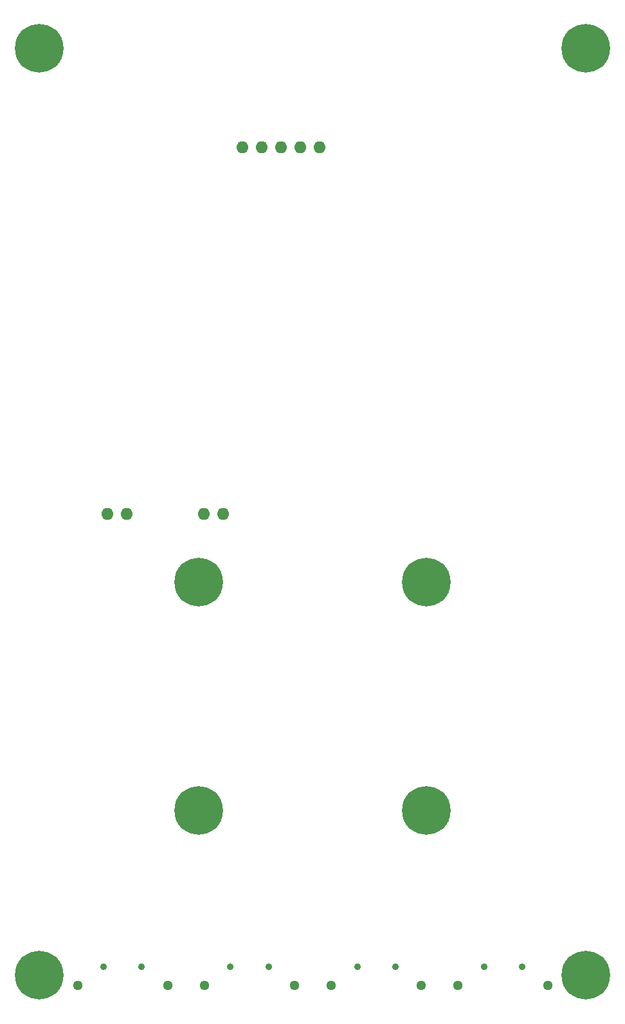
<source format=gbr>
%TF.GenerationSoftware,KiCad,Pcbnew,9.0.6-9.0.6~ubuntu24.04.1*%
%TF.CreationDate,2025-11-24T18:38:17+01:00*%
%TF.ProjectId,COM_BOARD,434f4d5f-424f-4415-9244-2e6b69636164,rev?*%
%TF.SameCoordinates,Original*%
%TF.FileFunction,Soldermask,Top*%
%TF.FilePolarity,Negative*%
%FSLAX46Y46*%
G04 Gerber Fmt 4.6, Leading zero omitted, Abs format (unit mm)*
G04 Created by KiCad (PCBNEW 9.0.6-9.0.6~ubuntu24.04.1) date 2025-11-24 18:38:17*
%MOMM*%
%LPD*%
G01*
G04 APERTURE LIST*
%ADD10C,0.800000*%
%ADD11C,6.400000*%
%ADD12C,0.890000*%
%ADD13C,1.294000*%
%ADD14O,1.600000X1.600000*%
G04 APERTURE END LIST*
D10*
%TO.C,H15*%
X226630000Y-150739999D03*
X227332944Y-149042943D03*
X227332944Y-152437055D03*
X229030000Y-148339999D03*
D11*
X229030000Y-150739999D03*
D10*
X229030000Y-153139999D03*
X230727056Y-149042943D03*
X230727056Y-152437055D03*
X231430000Y-150739999D03*
%TD*%
%TO.C,H13*%
X154630000Y-150739999D03*
X155332944Y-149042943D03*
X155332944Y-152437055D03*
X157030000Y-148339999D03*
D11*
X157030000Y-150739999D03*
D10*
X157030000Y-153139999D03*
X158727056Y-149042943D03*
X158727056Y-152437055D03*
X159430000Y-150739999D03*
%TD*%
%TO.C,H14*%
X205600000Y-99000000D03*
X206302944Y-97302944D03*
X206302944Y-100697056D03*
X208000000Y-96600000D03*
D11*
X208000000Y-99000000D03*
D10*
X208000000Y-101400000D03*
X209697056Y-97302944D03*
X209697056Y-100697056D03*
X210400000Y-99000000D03*
%TD*%
%TO.C,H12*%
X205600000Y-129000000D03*
X206302944Y-127302944D03*
X206302944Y-130697056D03*
X208000000Y-126600000D03*
D11*
X208000000Y-129000000D03*
D10*
X208000000Y-131400000D03*
X209697056Y-127302944D03*
X209697056Y-130697056D03*
X210400000Y-129000000D03*
%TD*%
%TO.C,H11*%
X226630000Y-28740000D03*
X227332944Y-27042944D03*
X227332944Y-30437056D03*
X229030000Y-26340000D03*
D11*
X229030000Y-28740000D03*
D10*
X229030000Y-31140000D03*
X230727056Y-27042944D03*
X230727056Y-30437056D03*
X231430000Y-28740000D03*
%TD*%
%TO.C,H9*%
X154630000Y-28740000D03*
X155332944Y-27042944D03*
X155332944Y-30437056D03*
X157030000Y-26340000D03*
D11*
X157030000Y-28740000D03*
D10*
X157030000Y-31140000D03*
X158727056Y-27042944D03*
X158727056Y-30437056D03*
X159430000Y-28740000D03*
%TD*%
%TO.C,H10*%
X175600000Y-129000000D03*
X176302944Y-127302944D03*
X176302944Y-130697056D03*
X178000000Y-126600000D03*
D11*
X178000000Y-129000000D03*
D10*
X178000000Y-131400000D03*
X179697056Y-127302944D03*
X179697056Y-130697056D03*
X180400000Y-129000000D03*
%TD*%
%TO.C,H16*%
X175600000Y-99000000D03*
X176302944Y-97302944D03*
X176302944Y-100697056D03*
X178000000Y-96600000D03*
D11*
X178000000Y-99000000D03*
D10*
X178000000Y-101400000D03*
X179697056Y-97302944D03*
X179697056Y-100697056D03*
X180400000Y-99000000D03*
%TD*%
D12*
%TO.C,J4*%
X170530000Y-149598332D03*
X165530000Y-149598332D03*
D13*
X173955000Y-152048332D03*
X162105000Y-152048332D03*
%TD*%
D12*
%TO.C,J1*%
X220605000Y-149598332D03*
X215605000Y-149598332D03*
D13*
X224030000Y-152048332D03*
X212180000Y-152048332D03*
%TD*%
D14*
%TO.C,A1*%
X193940000Y-41740000D03*
X191400000Y-41740000D03*
X188860000Y-41740000D03*
X186320000Y-41740000D03*
X183780000Y-41740000D03*
X166000000Y-90000000D03*
X168540000Y-90000000D03*
X178700000Y-90000000D03*
X181240000Y-90000000D03*
%TD*%
D12*
%TO.C,J2*%
X203913333Y-149598333D03*
X198913333Y-149598333D03*
D13*
X207338333Y-152048333D03*
X195488333Y-152048333D03*
%TD*%
D12*
%TO.C,J3*%
X187221667Y-149598332D03*
X182221667Y-149598332D03*
D13*
X190646667Y-152048332D03*
X178796667Y-152048332D03*
%TD*%
M02*

</source>
